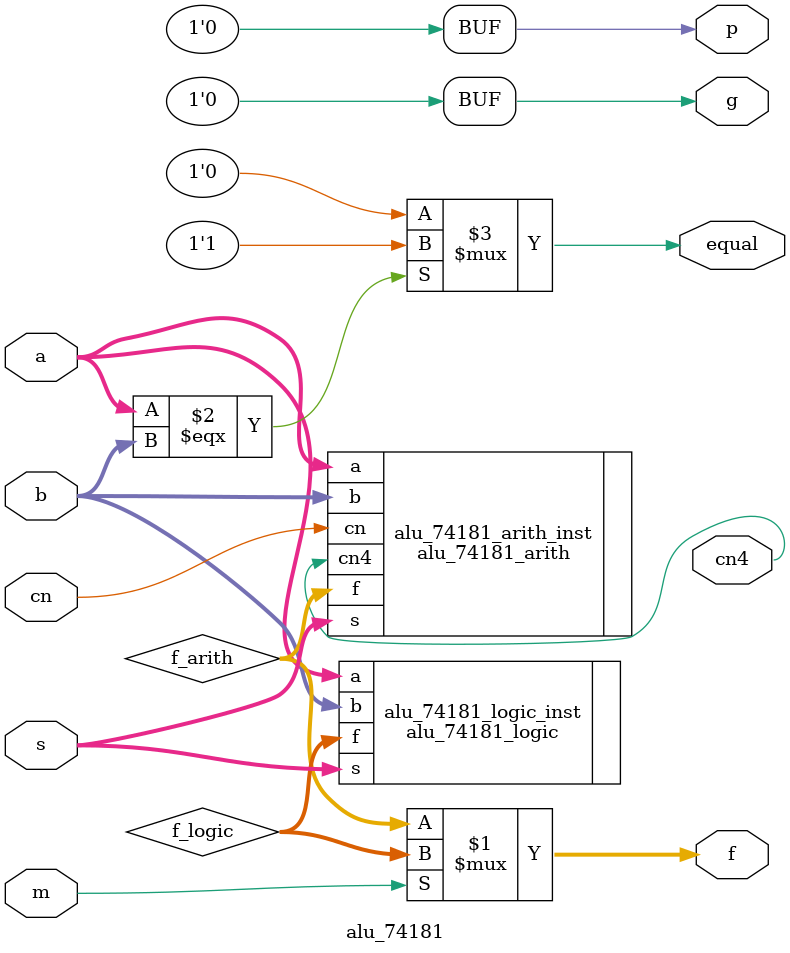
<source format=sv>
/*
 * Copyright (c) 2024 Caio Alonso da Costa
 * SPDX-License-Identifier: Apache-2.0
 */

module alu_74181 (a, b, cn, s, m, f, cn4, equal, p, g);

  input logic [3:0] a, b, s;
  input logic cn, m;
  output logic [3:0] f;
  output logic cn4, equal, p, g;

  // Auxiliar signals
  logic [3:0] f_logic;
  logic [3:0] f_arith;

  // Instance for logic operations
  alu_74181_logic alu_74181_logic_inst (.a(a), .b(b), .s(s), .f(f_logic));
  // Instance for arithmetic operations
  alu_74181_arith alu_74181_arith_inst (.a(a), .b(b), .s(s), .cn(cn), .f(f_arith), .cn4(cn4));

  // Outputs
  assign f = m ? f_logic : f_arith;
  assign equal = (a === b) ? 1'b1 : 1'b0;
  assign p = '0;
  assign g = '0;

endmodule

</source>
